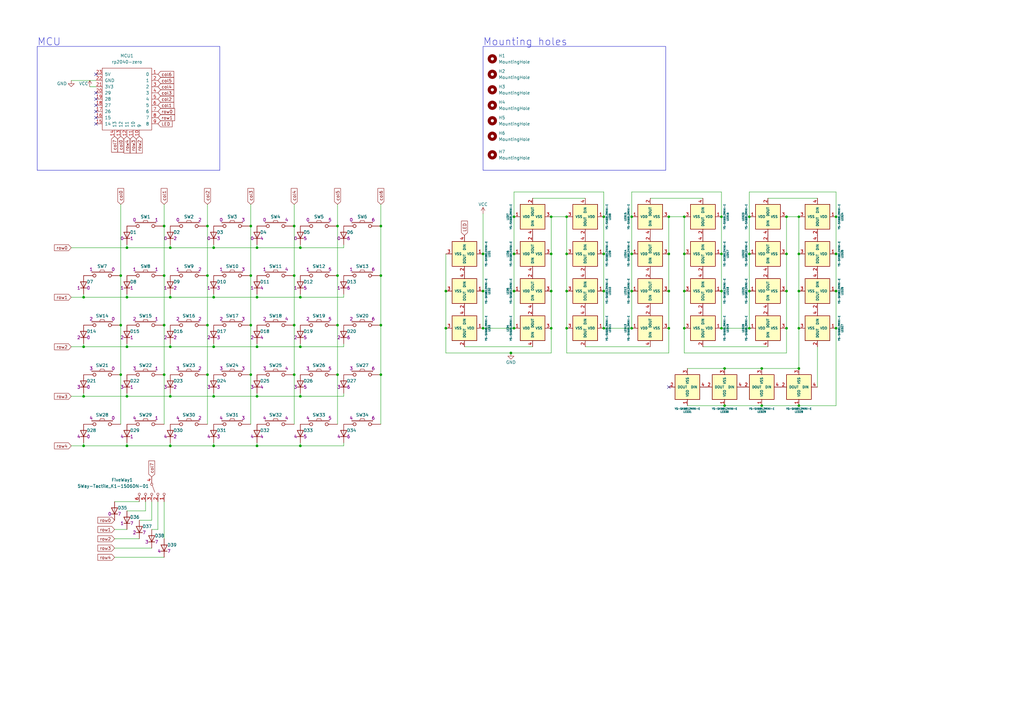
<source format=kicad_sch>
(kicad_sch (version 20231120) (generator "eeschema") (generator_version "8.0")
  (paper "A3")
  (junction (at 295.91 104.14))
  (junction (at 123.19 121.92))
  (junction (at 210.82 134.62))
  (junction (at 85.09 133.35))
  (junction (at 312.42 151.13))
  (junction (at 138.43 113.03))
  (junction (at 69.85 162.56))
  (junction (at 198.12 104.14))
  (junction (at 198.12 119.38))
  (junction (at 182.88 119.38))
  (junction (at 87.63 162.56))
  (junction (at 105.41 121.92))
  (junction (at 156.21 133.35))
  (junction (at 87.63 121.92))
  (junction (at 226.06 104.14))
  (junction (at 102.87 92.71))
  (junction (at 87.63 142.24))
  (junction (at 274.32 134.62))
  (junction (at 87.63 182.88))
  (junction (at 85.09 113.03))
  (junction (at 307.34 88.9))
  (junction (at 322.58 88.9))
  (junction (at 226.06 134.62))
  (junction (at 49.53 133.35))
  (junction (at 52.07 162.56))
  (junction (at 274.32 119.38))
  (junction (at 49.53 153.67))
  (junction (at 34.29 121.92))
  (junction (at 182.88 134.62))
  (junction (at 322.58 134.62))
  (junction (at 342.9 104.14))
  (junction (at 232.41 134.62))
  (junction (at 67.31 113.03))
  (junction (at 120.65 92.71))
  (junction (at 120.65 133.35))
  (junction (at 322.58 119.38))
  (junction (at 52.07 121.92))
  (junction (at 342.9 119.38))
  (junction (at 67.31 133.35))
  (junction (at 210.82 88.9))
  (junction (at 295.91 88.9))
  (junction (at 232.41 104.14))
  (junction (at 156.21 153.67))
  (junction (at 327.66 166.37))
  (junction (at 226.06 88.9))
  (junction (at 85.09 92.71))
  (junction (at 210.82 119.38))
  (junction (at 85.09 153.67))
  (junction (at 327.66 119.38))
  (junction (at 232.41 88.9))
  (junction (at 247.65 88.9))
  (junction (at 327.66 134.62))
  (junction (at 69.85 182.88))
  (junction (at 138.43 153.67))
  (junction (at 307.34 134.62))
  (junction (at 342.9 134.62))
  (junction (at 226.06 119.38))
  (junction (at 69.85 142.24))
  (junction (at 123.19 162.56))
  (junction (at 34.29 142.24))
  (junction (at 123.19 101.6))
  (junction (at 274.32 104.14))
  (junction (at 209.55 144.78))
  (junction (at 105.41 142.24))
  (junction (at 297.18 151.13))
  (junction (at 295.91 134.62))
  (junction (at 259.08 88.9))
  (junction (at 312.42 166.37))
  (junction (at 49.53 113.03))
  (junction (at 280.67 88.9))
  (junction (at 307.34 104.14))
  (junction (at 123.19 182.88))
  (junction (at 69.85 101.6))
  (junction (at 105.41 162.56))
  (junction (at 274.32 88.9))
  (junction (at 120.65 153.67))
  (junction (at 156.21 113.03))
  (junction (at 280.67 134.62))
  (junction (at 259.08 119.38))
  (junction (at 322.58 104.14))
  (junction (at 87.63 101.6))
  (junction (at 342.9 88.9))
  (junction (at 52.07 101.6))
  (junction (at 52.07 182.88))
  (junction (at 138.43 92.71))
  (junction (at 259.08 104.14))
  (junction (at 102.87 153.67))
  (junction (at 123.19 142.24))
  (junction (at 34.29 182.88))
  (junction (at 105.41 182.88))
  (junction (at 327.66 88.9))
  (junction (at 102.87 113.03))
  (junction (at 280.67 104.14))
  (junction (at 247.65 119.38))
  (junction (at 307.34 119.38))
  (junction (at 105.41 101.6))
  (junction (at 280.67 119.38))
  (junction (at 327.66 104.14))
  (junction (at 67.31 92.71))
  (junction (at 198.12 134.62))
  (junction (at 34.29 162.56))
  (junction (at 69.85 121.92))
  (junction (at 295.91 119.38))
  (junction (at 247.65 104.14))
  (junction (at 156.21 92.71))
  (junction (at 120.65 113.03))
  (junction (at 52.07 142.24))
  (junction (at 67.31 153.67))
  (junction (at 259.08 134.62))
  (junction (at 247.65 134.62))
  (junction (at 327.66 151.13))
  (junction (at 102.87 133.35))
  (junction (at 232.41 119.38))
  (junction (at 297.18 166.37))
  (junction (at 138.43 133.35))
  (junction (at 210.82 104.14))
  (no_connect (at 274.32 158.75))
  (no_connect (at 39.37 30.48))
  (no_connect (at 39.37 43.18))
  (no_connect (at 39.37 50.8))
  (no_connect (at 39.37 40.64))
  (no_connect (at 39.37 48.26))
  (no_connect (at 39.37 45.72))
  (no_connect (at 39.37 38.1))
  (wire (pts (xy 102.87 133.35) (xy 102.87 153.67)))
  (wire (pts (xy 85.09 92.71) (xy 85.09 113.03)))
  (wire (pts (xy 67.31 153.67) (xy 67.31 173.99)))
  (wire (pts (xy 327.66 166.37) (xy 342.9 166.37)))
  (wire (pts (xy 120.65 133.35) (xy 120.65 153.67)))
  (wire (pts (xy 67.31 83.82) (xy 67.31 92.71)))
  (wire (pts (xy 29.21 162.56) (xy 34.29 162.56)))
  (wire (pts (xy 182.88 104.14) (xy 182.88 119.38)))
  (wire (pts (xy 85.09 113.03) (xy 85.09 133.35)))
  (wire (pts (xy 52.07 121.92) (xy 69.85 121.92)))
  (wire (pts (xy 274.32 104.14) (xy 274.32 88.9)))
  (wire (pts (xy 342.9 166.37) (xy 342.9 134.62)))
  (wire (pts (xy 156.21 133.35) (xy 156.21 153.67)))
  (wire (pts (xy 342.9 119.38) (xy 342.9 104.14)))
  (wire (pts (xy 232.41 144.78) (xy 274.32 144.78)))
  (wire (pts (xy 182.88 134.62) (xy 182.88 144.78)))
  (wire (pts (xy 36.83 35.56) (xy 39.37 35.56)))
  (wire (pts (xy 307.34 88.9) (xy 307.34 104.14)))
  (wire (pts (xy 69.85 161.29) (xy 69.85 162.56)))
  (wire (pts (xy 69.85 120.65) (xy 69.85 121.92)))
  (wire (pts (xy 342.9 78.74) (xy 307.34 78.74)))
  (wire (pts (xy 295.91 78.74) (xy 259.08 78.74)))
  (wire (pts (xy 123.19 121.92) (xy 140.97 121.92)))
  (wire (pts (xy 288.29 142.24) (xy 314.96 142.24)))
  (wire (pts (xy 69.85 181.61) (xy 69.85 182.88)))
  (wire (pts (xy 232.41 134.62) (xy 232.41 144.78)))
  (wire (pts (xy 198.12 119.38) (xy 198.12 134.62)))
  (wire (pts (xy 232.41 119.38) (xy 232.41 134.62)))
  (wire (pts (xy 87.63 162.56) (xy 105.41 162.56)))
  (wire (pts (xy 259.08 104.14) (xy 259.08 119.38)))
  (wire (pts (xy 123.19 161.29) (xy 123.19 162.56)))
  (wire (pts (xy 67.31 205.74) (xy 67.31 220.98)))
  (wire (pts (xy 34.29 121.92) (xy 52.07 121.92)))
  (wire (pts (xy 29.21 182.88) (xy 34.29 182.88)))
  (wire (pts (xy 156.21 83.82) (xy 156.21 92.71)))
  (wire (pts (xy 87.63 100.33) (xy 87.63 101.6)))
  (wire (pts (xy 138.43 133.35) (xy 138.43 153.67)))
  (wire (pts (xy 138.43 153.67) (xy 138.43 173.99)))
  (wire (pts (xy 247.65 134.62) (xy 247.65 119.38)))
  (wire (pts (xy 29.21 121.92) (xy 34.29 121.92)))
  (wire (pts (xy 62.23 213.36) (xy 57.15 213.36)))
  (wire (pts (xy 120.65 153.67) (xy 120.65 173.99)))
  (wire (pts (xy 123.19 181.61) (xy 123.19 182.88)))
  (wire (pts (xy 140.97 161.29) (xy 140.97 162.56)))
  (wire (pts (xy 314.96 81.28) (xy 335.28 81.28)))
  (wire (pts (xy 52.07 162.56) (xy 69.85 162.56)))
  (wire (pts (xy 322.58 88.9) (xy 327.66 88.9)))
  (wire (pts (xy 138.43 92.71) (xy 138.43 113.03)))
  (wire (pts (xy 105.41 121.92) (xy 123.19 121.92)))
  (wire (pts (xy 140.97 100.33) (xy 140.97 101.6)))
  (wire (pts (xy 198.12 134.62) (xy 210.82 134.62)))
  (wire (pts (xy 327.66 134.62) (xy 327.66 151.13)))
  (wire (pts (xy 218.44 81.28) (xy 240.03 81.28)))
  (wire (pts (xy 266.7 81.28) (xy 288.29 81.28)))
  (wire (pts (xy 280.67 134.62) (xy 280.67 144.78)))
  (wire (pts (xy 52.07 142.24) (xy 69.85 142.24)))
  (wire (pts (xy 87.63 120.65) (xy 87.63 121.92)))
  (wire (pts (xy 327.66 88.9) (xy 327.66 104.14)))
  (wire (pts (xy 29.21 101.6) (xy 52.07 101.6)))
  (wire (pts (xy 85.09 83.82) (xy 85.09 92.71)))
  (wire (pts (xy 87.63 101.6) (xy 105.41 101.6)))
  (wire (pts (xy 29.21 142.24) (xy 34.29 142.24)))
  (wire (pts (xy 52.07 120.65) (xy 52.07 121.92)))
  (wire (pts (xy 52.07 161.29) (xy 52.07 162.56)))
  (wire (pts (xy 209.55 144.78) (xy 226.06 144.78)))
  (wire (pts (xy 280.67 119.38) (xy 280.67 134.62)))
  (wire (pts (xy 342.9 104.14) (xy 342.9 88.9)))
  (wire (pts (xy 312.42 151.13) (xy 297.18 151.13)))
  (wire (pts (xy 49.53 83.82) (xy 49.53 113.03)))
  (wire (pts (xy 259.08 134.62) (xy 247.65 134.62)))
  (wire (pts (xy 322.58 119.38) (xy 322.58 134.62)))
  (wire (pts (xy 123.19 140.97) (xy 123.19 142.24)))
  (wire (pts (xy 87.63 140.97) (xy 87.63 142.24)))
  (wire (pts (xy 247.65 104.14) (xy 247.65 88.9)))
  (wire (pts (xy 49.53 113.03) (xy 49.53 133.35)))
  (wire (pts (xy 102.87 113.03) (xy 102.87 133.35)))
  (wire (pts (xy 102.87 83.82) (xy 102.87 92.71)))
  (wire (pts (xy 34.29 140.97) (xy 34.29 142.24)))
  (wire (pts (xy 105.41 101.6) (xy 123.19 101.6)))
  (wire (pts (xy 210.82 104.14) (xy 210.82 119.38)))
  (wire (pts (xy 247.65 78.74) (xy 210.82 78.74)))
  (wire (pts (xy 274.32 119.38) (xy 274.32 104.14)))
  (wire (pts (xy 123.19 162.56) (xy 140.97 162.56)))
  (wire (pts (xy 120.65 83.82) (xy 120.65 92.71)))
  (wire (pts (xy 297.18 151.13) (xy 281.94 151.13)))
  (wire (pts (xy 102.87 92.71) (xy 102.87 113.03)))
  (wire (pts (xy 156.21 113.03) (xy 156.21 133.35)))
  (wire (pts (xy 281.94 166.37) (xy 297.18 166.37)))
  (wire (pts (xy 307.34 104.14) (xy 307.34 119.38)))
  (wire (pts (xy 29.21 33.02) (xy 39.37 33.02)))
  (wire (pts (xy 102.87 153.67) (xy 102.87 173.99)))
  (wire (pts (xy 67.31 133.35) (xy 67.31 153.67)))
  (wire (pts (xy 69.85 140.97) (xy 69.85 142.24)))
  (wire (pts (xy 156.21 92.71) (xy 156.21 113.03)))
  (wire (pts (xy 274.32 144.78) (xy 274.32 134.62)))
  (wire (pts (xy 140.97 120.65) (xy 140.97 121.92)))
  (wire (pts (xy 156.21 153.67) (xy 156.21 173.99)))
  (wire (pts (xy 327.66 151.13) (xy 312.42 151.13)))
  (wire (pts (xy 182.88 119.38) (xy 182.88 134.62)))
  (wire (pts (xy 295.91 104.14) (xy 295.91 88.9)))
  (wire (pts (xy 297.18 166.37) (xy 312.42 166.37)))
  (wire (pts (xy 52.07 182.88) (xy 69.85 182.88)))
  (wire (pts (xy 198.12 104.14) (xy 198.12 119.38)))
  (wire (pts (xy 87.63 121.92) (xy 105.41 121.92)))
  (wire (pts (xy 295.91 134.62) (xy 295.91 119.38)))
  (wire (pts (xy 120.65 92.71) (xy 120.65 113.03)))
  (wire (pts (xy 59.69 209.55) (xy 52.07 209.55)))
  (wire (pts (xy 85.09 133.35) (xy 85.09 153.67)))
  (wire (pts (xy 87.63 161.29) (xy 87.63 162.56)))
  (wire (pts (xy 226.06 88.9) (xy 232.41 88.9)))
  (wire (pts (xy 342.9 134.62) (xy 342.9 119.38)))
  (wire (pts (xy 140.97 181.61) (xy 140.97 182.88)))
  (wire (pts (xy 210.82 78.74) (xy 210.82 88.9)))
  (wire (pts (xy 335.28 142.24) (xy 335.28 158.75)))
  (wire (pts (xy 274.32 88.9) (xy 280.67 88.9)))
  (wire (pts (xy 105.41 182.88) (xy 123.19 182.88)))
  (wire (pts (xy 34.29 182.88) (xy 52.07 182.88)))
  (wire (pts (xy 226.06 104.14) (xy 226.06 119.38)))
  (wire (pts (xy 67.31 113.03) (xy 67.31 133.35)))
  (wire (pts (xy 62.23 205.74) (xy 62.23 213.36)))
  (wire (pts (xy 105.41 100.33) (xy 105.41 101.6)))
  (wire (pts (xy 123.19 120.65) (xy 123.19 121.92)))
  (wire (pts (xy 322.58 134.62) (xy 322.58 144.78)))
  (wire (pts (xy 105.41 142.24) (xy 123.19 142.24)))
  (wire (pts (xy 57.15 205.74) (xy 46.99 205.74)))
  (wire (pts (xy 67.31 92.71) (xy 67.31 113.03)))
  (wire (pts (xy 105.41 181.61) (xy 105.41 182.88)))
  (wire (pts (xy 87.63 181.61) (xy 87.63 182.88)))
  (wire (pts (xy 105.41 161.29) (xy 105.41 162.56)))
  (wire (pts (xy 307.34 119.38) (xy 307.34 134.62)))
  (wire (pts (xy 138.43 83.82) (xy 138.43 92.71)))
  (wire (pts (xy 123.19 100.33) (xy 123.19 101.6)))
  (wire (pts (xy 232.41 104.14) (xy 232.41 119.38)))
  (wire (pts (xy 87.63 182.88) (xy 105.41 182.88)))
  (wire (pts (xy 259.08 78.74) (xy 259.08 88.9)))
  (wire (pts (xy 34.29 120.65) (xy 34.29 121.92)))
  (wire (pts (xy 226.06 119.38) (xy 226.06 134.62)))
  (wire (pts (xy 190.5 142.24) (xy 218.44 142.24)))
  (wire (pts (xy 123.19 182.88) (xy 140.97 182.88)))
  (wire (pts (xy 46.99 224.79) (xy 62.23 224.79)))
  (wire (pts (xy 69.85 162.56) (xy 87.63 162.56)))
  (wire (pts (xy 322.58 88.9) (xy 322.58 104.14)))
  (wire (pts (xy 210.82 88.9) (xy 210.82 104.14)))
  (wire (pts (xy 123.19 101.6) (xy 140.97 101.6)))
  (wire (pts (xy 52.07 181.61) (xy 52.07 182.88)))
  (wire (pts (xy 49.53 133.35) (xy 49.53 153.67)))
  (wire (pts (xy 69.85 121.92) (xy 87.63 121.92)))
  (wire (pts (xy 280.67 104.14) (xy 280.67 119.38)))
  (wire (pts (xy 140.97 140.97) (xy 140.97 142.24)))
  (wire (pts (xy 295.91 119.38) (xy 295.91 104.14)))
  (wire (pts (xy 59.69 205.74) (xy 59.69 209.55)))
  (wire (pts (xy 247.65 119.38) (xy 247.65 104.14)))
  (wire (pts (xy 52.07 140.97) (xy 52.07 142.24)))
  (wire (pts (xy 52.07 101.6) (xy 69.85 101.6)))
  (wire (pts (xy 274.32 134.62) (xy 274.32 119.38)))
  (wire (pts (xy 342.9 88.9) (xy 342.9 78.74)))
  (wire (pts (xy 280.67 88.9) (xy 280.67 104.14)))
  (wire (pts (xy 105.41 162.56) (xy 123.19 162.56)))
  (wire (pts (xy 120.65 113.03) (xy 120.65 133.35)))
  (wire (pts (xy 226.06 134.62) (xy 226.06 144.78)))
  (wire (pts (xy 46.99 220.98) (xy 57.15 220.98)))
  (wire (pts (xy 280.67 144.78) (xy 322.58 144.78)))
  (wire (pts (xy 46.99 228.6) (xy 67.31 228.6)))
  (wire (pts (xy 327.66 119.38) (xy 327.66 134.62)))
  (wire (pts (xy 312.42 166.37) (xy 327.66 166.37)))
  (wire (pts (xy 105.41 120.65) (xy 105.41 121.92)))
  (wire (pts (xy 259.08 119.38) (xy 259.08 134.62)))
  (wire (pts (xy 64.77 205.74) (xy 64.77 217.17)))
  (wire (pts (xy 69.85 142.24) (xy 87.63 142.24)))
  (wire (pts (xy 247.65 88.9) (xy 247.65 78.74)))
  (wire (pts (xy 307.34 134.62) (xy 295.91 134.62)))
  (wire (pts (xy 198.12 87.63) (xy 198.12 104.14)))
  (wire (pts (xy 46.99 217.17) (xy 52.07 217.17)))
  (wire (pts (xy 64.77 217.17) (xy 62.23 217.17)))
  (wire (pts (xy 138.43 113.03) (xy 138.43 133.35)))
  (wire (pts (xy 123.19 142.24) (xy 140.97 142.24)))
  (wire (pts (xy 85.09 153.67) (xy 85.09 173.99)))
  (wire (pts (xy 49.53 153.67) (xy 49.53 173.99)))
  (wire (pts (xy 295.91 88.9) (xy 295.91 78.74)))
  (wire (pts (xy 307.34 78.74) (xy 307.34 88.9)))
  (wire (pts (xy 210.82 119.38) (xy 210.82 134.62)))
  (wire (pts (xy 182.88 144.78) (xy 209.55 144.78)))
  (wire (pts (xy 52.07 100.33) (xy 52.07 101.6)))
  (wire (pts (xy 105.41 140.97) (xy 105.41 142.24)))
  (wire (pts (xy 240.03 142.24) (xy 266.7 142.24)))
  (wire (pts (xy 34.29 142.24) (xy 52.07 142.24)))
  (wire (pts (xy 87.63 142.24) (xy 105.41 142.24)))
  (wire (pts (xy 69.85 101.6) (xy 87.63 101.6)))
  (wire (pts (xy 34.29 161.29) (xy 34.29 162.56)))
  (wire (pts (xy 232.41 88.9) (xy 232.41 104.14)))
  (wire (pts (xy 322.58 104.14) (xy 322.58 119.38)))
  (wire (pts (xy 34.29 181.61) (xy 34.29 182.88)))
  (wire (pts (xy 34.29 162.56) (xy 52.07 162.56)))
  (wire (pts (xy 259.08 88.9) (xy 259.08 104.14)))
  (wire (pts (xy 226.06 88.9) (xy 226.06 104.14)))
  (wire (pts (xy 69.85 182.88) (xy 87.63 182.88)))
  (wire (pts (xy 69.85 100.33) (xy 69.85 101.6)))
  (wire (pts (xy 327.66 104.14) (xy 327.66 119.38)))
  (rectangle (start 198.12 19.05) (end 273.05 69.85))
  (rectangle (start 15.24 19.05) (end 90.17 69.85))
  (text "Mounting holes" (at 198.12 19.05 0) (effects (font (size 3 3)) (justify left bottom)))
  (text "MCU" (at 15.24 19.05 0) (effects (font (size 3 3)) (justify left bottom)))
  (global_label "col4" (shape input) (at 120.65 83.82 90) (property "Intersheetrefs" "${INTERSHEET_REFS}" (effects (hide yes))))
  (global_label "row3" (shape input) (at 29.21 162.56 180) (property "Intersheetrefs" "${INTERSHEET_REFS}" (effects (hide yes))))
  (global_label "row2" (shape input) (at 29.21 142.24 180) (property "Intersheetrefs" "${INTERSHEET_REFS}" (effects (hide yes))))
  (global_label "LED" (shape input) (at 64.77 50.8 0) (property "Intersheetrefs" "${INTERSHEET_REFS}" (effects (hide yes))))
  (global_label "col7" (shape input) (at 46.99 55.88 270) (property "Intersheetrefs" "${INTERSHEET_REFS}" (effects (hide yes))))
  (global_label "col3" (shape input) (at 102.87 83.82 90) (property "Intersheetrefs" "${INTERSHEET_REFS}" (effects (hide yes))))
  (global_label "LED" (shape input) (at 190.5 96.52 90) (property "Intersheetrefs" "${INTERSHEET_REFS}" (effects (hide yes))))
  (global_label "row1" (shape input) (at 46.99 217.17 180) (property "Intersheetrefs" "${INTERSHEET_REFS}" (effects (hide yes))))
  (global_label "col5" (shape input) (at 64.77 33.02 0) (property "Intersheetrefs" "${INTERSHEET_REFS}" (effects (hide yes))))
  (global_label "row2" (shape input) (at 46.99 220.98 180) (property "Intersheetrefs" "${INTERSHEET_REFS}" (effects (hide yes))))
  (global_label "row1" (shape input) (at 29.21 121.92 180) (property "Intersheetrefs" "${INTERSHEET_REFS}" (effects (hide yes))))
  (global_label "col1" (shape input) (at 67.31 83.82 90) (property "Intersheetrefs" "${INTERSHEET_REFS}" (effects (hide yes))))
  (global_label "col2" (shape input) (at 85.09 83.82 90) (property "Intersheetrefs" "${INTERSHEET_REFS}" (effects (hide yes))))
  (global_label "col6" (shape input) (at 64.77 30.48 0) (property "Intersheetrefs" "${INTERSHEET_REFS}" (effects (hide yes))))
  (global_label "row1" (shape input) (at 64.77 48.26 0) (property "Intersheetrefs" "${INTERSHEET_REFS}" (effects (hide yes))))
  (global_label "col5" (shape input) (at 138.43 83.82 90) (property "Intersheetrefs" "${INTERSHEET_REFS}" (effects (hide yes))))
  (global_label "row0" (shape input) (at 46.99 213.36 180) (property "Intersheetrefs" "${INTERSHEET_REFS}" (effects (hide yes))))
  (global_label "col2" (shape input) (at 64.77 40.64 0) (property "Intersheetrefs" "${INTERSHEET_REFS}" (effects (hide yes))))
  (global_label "row4" (shape input) (at 46.99 228.6 180) (property "Intersheetrefs" "${INTERSHEET_REFS}" (effects (hide yes))))
  (global_label "col1" (shape input) (at 64.77 43.18 0) (property "Intersheetrefs" "${INTERSHEET_REFS}" (effects (hide yes))))
  (global_label "col0" (shape input) (at 49.53 55.88 270) (property "Intersheetrefs" "${INTERSHEET_REFS}" (effects (hide yes))))
  (global_label "row0" (shape input) (at 29.21 101.6 180) (property "Intersheetrefs" "${INTERSHEET_REFS}" (effects (hide yes))))
  (global_label "col6" (shape input) (at 156.21 83.82 90) (property "Intersheetrefs" "${INTERSHEET_REFS}" (effects (hide yes))))
  (global_label "col3" (shape input) (at 64.77 38.1 0) (property "Intersheetrefs" "${INTERSHEET_REFS}" (effects (hide yes))))
  (global_label "row4" (shape input) (at 29.21 182.88 180) (property "Intersheetrefs" "${INTERSHEET_REFS}" (effects (hide yes))))
  (global_label "row4" (shape input) (at 52.07 55.88 270) (property "Intersheetrefs" "${INTERSHEET_REFS}" (effects (hide yes))))
  (global_label "row2" (shape input) (at 57.15 55.88 270) (property "Intersheetrefs" "${INTERSHEET_REFS}" (effects (hide yes))))
  (global_label "row0" (shape input) (at 64.77 45.72 0) (property "Intersheetrefs" "${INTERSHEET_REFS}" (effects (hide yes))))
  (global_label "col4" (shape input) (at 64.77 35.56 0) (property "Intersheetrefs" "${INTERSHEET_REFS}" (effects (hide yes))))
  (global_label "col0" (shape input) (at 49.53 83.82 90) (property "Intersheetrefs" "${INTERSHEET_REFS}" (effects (hide yes))))
  (global_label "row3" (shape input) (at 46.99 224.79 180) (property "Intersheetrefs" "${INTERSHEET_REFS}" (effects (hide yes))))
  (global_label "col7" (shape input) (at 62.23 195.58 90) (property "Intersheetrefs" "${INTERSHEET_REFS}" (effects (hide yes))))
  (global_label "row3" (shape input) (at 54.61 55.88 270) (property "Intersheetrefs" "${INTERSHEET_REFS}" (effects (hide yes))))
  (symbol (lib_id "zzkeeb:Diode") (at 140.97 116.84 0) (unit 1)
    (property "Reference" "D13" (at 142.24 115.57 0) (effects (justify left)))
    (property "Value" "D" (effects (hide yes)))
    (property "Footprint" "zzkeeb:Diode_1N4148-SOD123" (effects (hide yes)))
    (property "Sim.Device" "D" (effects (hide yes)))
    (property "Sim.Pins" "1=K 2=A" (effects (hide yes)))
    (property "row" "1" (at 139.7 118.11 0) (effects (justify right)))
    (property "col" "6" (at 142.24 118.11 0) (effects (justify left)))
  )
  (symbol (lib_id "zzkeeb:Switch") (at 130.81 92.71 0) (unit 1)
    (property "Reference" "SW5" (at 130.81 88.9 0))
    (property "Value" "Switch" (effects (hide yes)))
    (property "Footprint" "zzkeeb:Switch_MXKS-hotswap-south-ks3d" (effects (hide yes)))
    (property "row" "0" (at 127 90.17 0) (effects (justify right)))
    (property "col" "5" (at 134.62 90.17 0) (effects (justify left)))
  )
  (symbol (lib_id "zzkeeb:LED_SK6812MINI-E") (at 335.28 88.9 270) (unit 1)
    (property "Reference" "LED24" (at 345.44 88.9 0) (effects (font (size 0.7366 0.7366))))
    (property "Value" "YS-SK6812MINI-E" (at 344.17 88.9 0) (effects (font (size 0.7366 0.7366))))
    (property "Footprint" "zzkeeb:LED_SK6812-MINI-E" (effects (hide yes)))
  )
  (symbol (lib_id "zzkeeb:Switch") (at 59.69 173.99 0) (unit 1)
    (property "Reference" "SW29" (at 59.69 170.18 0))
    (property "Value" "Switch" (effects (hide yes)))
    (property "Footprint" "zzkeeb:Button_Push-6mm" (effects (hide yes)))
    (property "row" "4" (at 55.88 171.45 0) (effects (justify right)))
    (property "col" "1" (at 63.5 171.45 0) (effects (justify left)))
  )
  (symbol (lib_id "zzkeeb:Switch") (at 41.91 133.35 0) (unit 1)
    (property "Reference" "SW14" (at 41.91 129.54 0))
    (property "Value" "Switch" (effects (hide yes)))
    (property "Footprint" "zzkeeb:Switch_MXKS-hotswap-south-ks3d" (effects (hide yes)))
    (property "row" "2" (at 38.1 130.81 0) (effects (justify right)))
    (property "col" "0" (at 45.72 130.81 0) (effects (justify left)))
  )
  (symbol (lib_id "zzkeeb:LED_SK6812MINI-E") (at 266.7 134.62 90) (unit 1)
    (property "Reference" "LED12" (at 256.54 134.62 0) (effects (font (size 0.7366 0.7366))))
    (property "Value" "YS-SK6812MINI-E" (at 257.81 134.62 0) (effects (font (size 0.7366 0.7366))))
    (property "Footprint" "zzkeeb:LED_SK6812-MINI-E" (effects (hide yes)))
  )
  (symbol (lib_id "zzkeeb:Switch") (at 77.47 92.71 0) (unit 1)
    (property "Reference" "SW2" (at 77.47 88.9 0))
    (property "Value" "Switch" (effects (hide yes)))
    (property "Footprint" "zzkeeb:Switch_MXKS-hotswap-south-ks3d" (effects (hide yes)))
    (property "row" "0" (at 73.66 90.17 0) (effects (justify right)))
    (property "col" "2" (at 81.28 90.17 0) (effects (justify left)))
  )
  (symbol (lib_id "zzkeeb:Diode") (at 105.41 96.52 0) (unit 1)
    (property "Reference" "D4" (at 106.68 95.25 0) (effects (justify left)))
    (property "Value" "D" (effects (hide yes)))
    (property "Footprint" "zzkeeb:Diode_1N4148-SOD123" (effects (hide yes)))
    (property "Sim.Device" "D" (effects (hide yes)))
    (property "Sim.Pins" "1=K 2=A" (effects (hide yes)))
    (property "row" "0" (at 104.14 97.79 0) (effects (justify right)))
    (property "col" "4" (at 106.68 97.79 0) (effects (justify left)))
  )
  (symbol (lib_id "zzkeeb:Diode") (at 69.85 96.52 0) (unit 1)
    (property "Reference" "D2" (at 71.12 95.25 0) (effects (justify left)))
    (property "Value" "D" (effects (hide yes)))
    (property "Footprint" "zzkeeb:Diode_1N4148-SOD123" (effects (hide yes)))
    (property "Sim.Device" "D" (effects (hide yes)))
    (property "Sim.Pins" "1=K 2=A" (effects (hide yes)))
    (property "row" "0" (at 68.58 97.79 0) (effects (justify right)))
    (property "col" "2" (at 71.12 97.79 0) (effects (justify left)))
  )
  (symbol (lib_id "Mechanical:MountingHole") (at 201.93 36.83 0) (unit 1)
    (property "Reference" "H3" (at 204.47 35.5599 0) (effects (justify left)))
    (property "Value" "MountingHole" (at 204.47 38.0999 0) (effects (justify left)))
    (property "Footprint" "zzkeeb:Hole_M2" (effects (hide yes)))
  )
  (symbol (lib_id "zzkeeb:Diode") (at 52.07 157.48 0) (unit 1)
    (property "Reference" "D22" (at 53.34 156.21 0) (effects (justify left)))
    (property "Value" "D" (effects (hide yes)))
    (property "Footprint" "zzkeeb:Diode_1N4148-SOD123" (effects (hide yes)))
    (property "Sim.Device" "D" (effects (hide yes)))
    (property "Sim.Pins" "1=K 2=A" (effects (hide yes)))
    (property "row" "3" (at 50.8 158.75 0) (effects (justify right)))
    (property "col" "1" (at 53.34 158.75 0) (effects (justify left)))
  )
  (symbol (lib_id "Mechanical:MountingHole") (at 201.93 55.88 0) (unit 1)
    (property "Reference" "H6" (at 204.47 54.6099 0) (effects (justify left)))
    (property "Value" "MountingHole" (at 204.47 57.1499 0) (effects (justify left)))
    (property "Footprint" "zzkeeb:Hole_M2" (effects (hide yes)))
  )
  (symbol (lib_id "zzkeeb:LED_SK6812MINI-E") (at 240.03 88.9 270) (unit 1)
    (property "Reference" "LED8" (at 250.19 88.9 0) (effects (font (size 0.7366 0.7366))))
    (property "Value" "YS-SK6812MINI-E" (at 248.92 88.9 0) (effects (font (size 0.7366 0.7366))))
    (property "Footprint" "zzkeeb:LED_SK6812-MINI-E" (effects (hide yes)))
  )
  (symbol (lib_id "zzkeeb:Switch") (at 77.47 153.67 0) (unit 1)
    (property "Reference" "SW23" (at 77.47 149.86 0))
    (property "Value" "Switch" (effects (hide yes)))
    (property "Footprint" "zzkeeb:Switch_MXKS-hotswap-south-ks3d" (effects (hide yes)))
    (property "row" "3" (at 73.66 151.13 0) (effects (justify right)))
    (property "col" "2" (at 81.28 151.13 0) (effects (justify left)))
  )
  (symbol (lib_id "zzkeeb:Switch") (at 113.03 133.35 0) (unit 1)
    (property "Reference" "SW18" (at 113.03 129.54 0))
    (property "Value" "Switch" (effects (hide yes)))
    (property "Footprint" "zzkeeb:Switch_MXKS-hotswap-south-ks3d" (effects (hide yes)))
    (property "row" "2" (at 109.22 130.81 0) (effects (justify right)))
    (property "col" "4" (at 116.84 130.81 0) (effects (justify left)))
  )
  (symbol (lib_id "zzkeeb:MCU_rp2040-zero") (at 52.07 39.37 0) (unit 1)
    (property "Reference" "MCU1" (at 52.07 22.86 0))
    (property "Value" "rp2040-zero" (at 52.07 25.4 0))
    (property "Footprint" "zzkeeb:MCU_rp2040-zero-smd" (effects (hide yes)))
  )
  (symbol (lib_id "zzkeeb:Diode") (at 105.41 177.8 0) (unit 1)
    (property "Reference" "D32" (at 106.68 176.53 0) (effects (justify left)))
    (property "Value" "D" (effects (hide yes)))
    (property "Footprint" "zzkeeb:Diode_1N4148-SOD123" (effects (hide yes)))
    (property "Sim.Device" "D" (effects (hide yes)))
    (property "Sim.Pins" "1=K 2=A" (effects (hide yes)))
    (property "row" "4" (at 104.14 179.07 0) (effects (justify right)))
    (property "col" "4" (at 106.68 179.07 0) (effects (justify left)))
  )
  (symbol (lib_id "zzkeeb:LED_SK6812MINI-E") (at 314.96 119.38 90) (unit 1)
    (property "Reference" "LED21" (at 304.8 119.38 0) (effects (font (size 0.7366 0.7366))))
    (property "Value" "YS-SK6812MINI-E" (at 306.07 119.38 0) (effects (font (size 0.7366 0.7366))))
    (property "Footprint" "zzkeeb:LED_SK6812-MINI-E" (effects (hide yes)))
  )
  (symbol (lib_id "zzkeeb:Switch") (at 95.25 133.35 0) (unit 1)
    (property "Reference" "SW17" (at 95.25 129.54 0))
    (property "Value" "Switch" (effects (hide yes)))
    (property "Footprint" "zzkeeb:Switch_MXKS-hotswap-south-ks3d" (effects (hide yes)))
    (property "row" "2" (at 91.44 130.81 0) (effects (justify right)))
    (property "col" "3" (at 99.06 130.81 0) (effects (justify left)))
  )
  (symbol (lib_id "zzkeeb:Switch") (at 113.03 173.99 0) (unit 1)
    (property "Reference" "SW32" (at 113.03 170.18 0))
    (property "Value" "Switch" (effects (hide yes)))
    (property "Footprint" "zzkeeb:Switch_MXKS-hotswap-south-ks3d" (effects (hide yes)))
    (property "row" "4" (at 109.22 171.45 0) (effects (justify right)))
    (property "col" "4" (at 116.84 171.45 0) (effects (justify left)))
  )
  (symbol (lib_id "zzkeeb:Switch") (at 77.47 133.35 0) (unit 1)
    (property "Reference" "SW16" (at 77.47 129.54 0))
    (property "Value" "Switch" (effects (hide yes)))
    (property "Footprint" "zzkeeb:Switch_MXKS-hotswap-south-ks3d" (effects (hide yes)))
    (property "row" "2" (at 73.66 130.81 0) (effects (justify right)))
    (property "col" "2" (at 81.28 130.81 0) (effects (justify left)))
  )
  (symbol (lib_id "fingerpunch:5Way-Tactile_K1-1506DN-01") (at 62.23 200.66 270) (unit 1)
    (property "Reference" "FiveWay1" (at 45.72 196.85 90) (effects (justify left)))
    (property "Value" "5Way-Tactile_K1-1506DN-01" (at 31.75 199.39 90) (effects (justify left)))
    (property "Footprint" "zzkeeb:Button_5way" (effects (hide yes)))
  )
  (symbol (lib_id "zzkeeb:Switch") (at 148.59 173.99 0) (unit 1)
    (property "Reference" "SW34" (at 148.59 170.18 0))
    (property "Value" "Switch" (effects (hide yes)))
    (property "Footprint" "zzkeeb:Switch_MXKS-hotswap-south-ks3d" (effects (hide yes)))
    (property "row" "4" (at 144.78 171.45 0) (effects (justify right)))
    (property "col" "6" (at 152.4 171.45 0) (effects (justify left)))
  )
  (symbol (lib_id "zzkeeb:Diode") (at 34.29 157.48 0) (unit 1)
    (property "Reference" "D21" (at 35.56 156.21 0) (effects (justify left)))
    (property "Value" "D" (effects (hide yes)))
    (property "Footprint" "zzkeeb:Diode_1N4148-SOD123" (effects (hide yes)))
    (property "Sim.Device" "D" (effects (hide yes)))
    (property "Sim.Pins" "1=K 2=A" (effects (hide yes)))
    (property "row" "3" (at 33.02 158.75 0) (effects (justify right)))
    (property "col" "0" (at 35.56 158.75 0) (effects (justify left)))
  )
  (symbol (lib_id "zzkeeb:Diode") (at 67.31 224.79 0) (unit 1)
    (property "Reference" "D39" (at 68.58 223.52 0) (effects (justify left)))
    (property "Value" "D" (effects (hide yes)))
    (property "Footprint" "zzkeeb:Diode_1N4148-SOD123" (effects (hide yes)))
    (property "Sim.Device" "D" (effects (hide yes)))
    (property "Sim.Pins" "1=K 2=A" (effects (hide yes)))
    (property "row" "4" (at 66.04 226.06 0) (effects (justify right)))
    (property "col" "7" (at 68.58 226.06 0) (effects (justify left)))
  )
  (symbol (lib_id "zzkeeb:Diode") (at 140.97 96.52 0) (unit 1)
    (property "Reference" "D6" (at 142.24 95.25 0) (effects (justify left)))
    (property "Value" "D" (effects (hide yes)))
    (property "Footprint" "zzkeeb:Diode_1N4148-SOD123" (effects (hide yes)))
    (property "Sim.Device" "D" (effects (hide yes)))
    (property "Sim.Pins" "1=K 2=A" (effects (hide yes)))
    (property "row" "0" (at 139.7 97.79 0) (effects (justify right)))
    (property "col" "6" (at 142.24 97.79 0) (effects (justify left)))
  )
  (symbol (lib_id "zzkeeb:Switch") (at 41.91 153.67 0) (unit 1)
    (property "Reference" "SW21" (at 41.91 149.86 0))
    (property "Value" "Switch" (effects (hide yes)))
    (property "Footprint" "zzkeeb:Switch_MXKS-hotswap-south-ks3d" (effects (hide yes)))
    (property "row" "3" (at 38.1 151.13 0) (effects (justify right)))
    (property "col" "0" (at 45.72 151.13 0) (effects (justify left)))
  )
  (symbol (lib_id "zzkeeb:LED_SK6812MINI-E") (at 288.29 104.14 270) (unit 1)
    (property "Reference" "LED17" (at 298.45 104.14 0) (effects (font (size 0.7366 0.7366))))
    (property "Value" "YS-SK6812MINI-E" (at 297.18 104.14 0) (effects (font (size 0.7366 0.7366))))
    (property "Footprint" "zzkeeb:LED_SK6812-MINI-E" (effects (hide yes)))
  )
  (symbol (lib_id "Mechanical:MountingHole") (at 201.93 24.13 0) (unit 1)
    (property "Reference" "H1" (at 204.47 22.8599 0) (effects (justify left)))
    (property "Value" "MountingHole" (at 204.47 25.3999 0) (effects (justify left)))
    (property "Footprint" "zzkeeb:Hole_M2" (effects (hide yes)))
  )
  (symbol (lib_id "zzkeeb:LED_SK6812MINI-E") (at 266.7 119.38 90) (unit 1)
    (property "Reference" "LED13" (at 256.54 119.38 0) (effects (font (size 0.7366 0.7366))))
    (property "Value" "YS-SK6812MINI-E" (at 257.81 119.38 0) (effects (font (size 0.7366 0.7366))))
    (property "Footprint" "zzkeeb:LED_SK6812-MINI-E" (effects (hide yes)))
  )
  (symbol (lib_id "zzkeeb:Switch") (at 113.03 153.67 0) (unit 1)
    (property "Reference" "SW25" (at 113.03 149.86 0))
    (property "Value" "Switch" (effects (hide yes)))
    (property "Footprint" "zzkeeb:Switch_MXKS-hotswap-south-ks3d" (effects (hide yes)))
    (property "row" "3" (at 109.22 151.13 0) (effects (justify right)))
    (property "col" "4" (at 116.84 151.13 0) (effects (justify left)))
  )
  (symbol (lib_id "zzkeeb:LED_SK6812MINI-E") (at 281.94 158.75 180) (unit 1)
    (property "Reference" "LED31" (at 281.94 168.91 0) (effects (font (size 0.7366 0.7366))))
    (property "Value" "YS-SK6812MINI-E" (at 281.94 167.64 0) (effects (font (size 0.7366 0.7366))))
    (property "Footprint" "zzkeeb:LED_SK6812-MINI-E" (effects (hide yes)))
  )
  (symbol (lib_id "zzkeeb:Diode") (at 87.63 137.16 0) (unit 1)
    (property "Reference" "D17" (at 88.9 135.89 0) (effects (justify left)))
    (property "Value" "D" (effects (hide yes)))
    (property "Footprint" "zzkeeb:Diode_1N4148-SOD123" (effects (hide yes)))
    (property "Sim.Device" "D" (effects (hide yes)))
    (property "Sim.Pins" "1=K 2=A" (effects (hide yes)))
    (property "row" "2" (at 86.36 138.43 0) (effects (justify right)))
    (property "col" "3" (at 88.9 138.43 0) (effects (justify left)))
  )
  (symbol (lib_id "zzkeeb:LED_SK6812MINI-E") (at 314.96 88.9 90) (unit 1)
    (property "Reference" "LED23" (at 304.8 88.9 0) (effects (font (size 0.7366 0.7366))))
    (property "Value" "YS-SK6812MINI-E" (at 306.07 88.9 0) (effects (font (size 0.7366 0.7366))))
    (property "Footprint" "zzkeeb:LED_SK6812-MINI-E" (effects (hide yes)))
  )
  (symbol (lib_id "zzkeeb:Diode") (at 69.85 116.84 0) (unit 1)
    (property "Reference" "D9" (at 71.12 115.57 0) (effects (justify left)))
    (property "Value" "D" (effects (hide yes)))
    (property "Footprint" "zzkeeb:Diode_1N4148-SOD123" (effects (hide yes)))
    (property "Sim.Device" "D" (effects (hide yes)))
    (property "Sim.Pins" "1=K 2=A" (effects (hide yes)))
    (property "row" "1" (at 68.58 118.11 0) (effects (justify right)))
    (property "col" "2" (at 71.12 118.11 0) (effects (justify left)))
  )
  (symbol (lib_id "zzkeeb:LED_SK6812MINI-E") (at 335.28 134.62 270) (unit 1)
    (property "Reference" "LED27" (at 345.44 134.62 0) (effects (font (size 0.7366 0.7366))))
    (property "Value" "YS-SK6812MINI-E" (at 344.17 134.62 0) (effects (font (size 0.7366 0.7366))))
    (property "Footprint" "zzkeeb:LED_SK6812-MINI-E" (effects (hide yes)))
  )
  (symbol (lib_id "zzkeeb:LED_SK6812MINI-E") (at 218.44 104.14 90) (unit 1)
    (property "Reference" "LED6" (at 208.28 104.14 0) (effects (font (size 0.7366 0.7366))))
    (property "Value" "YS-SK6812MINI-E" (at 209.55 104.14 0) (effects (font (size 0.7366 0.7366))))
    (property "Footprint" "zzkeeb:LED_SK6812-MINI-E" (effects (hide yes)))
  )
  (symbol (lib_id "zzkeeb:Diode") (at 140.97 177.8 0) (unit 1)
    (property "Reference" "D34" (at 142.24 176.53 0) (effects (justify left)))
    (property "Value" "D" (effects (hide yes)))
    (property "Footprint" "zzkeeb:Diode_1N4148-SOD123" (effects (hide yes)))
    (property "Sim.Device" "D" (effects (hide yes)))
    (property "Sim.Pins" "1=K 2=A" (effects (hide yes)))
    (property "row" "4" (at 139.7 179.07 0) (effects (justify right)))
    (property "col" "6" (at 142.24 179.07 0) (effects (justify left)))
  )
  (symbol (lib_id "zzkeeb:Switch") (at 59.69 92.71 0) (unit 1)
    (property "Reference" "SW1" (at 59.69 88.9 0))
    (property "Value" "Switch" (effects (hide yes)))
    (property "Footprint" "zzkeeb:Switch_MXKS-hotswap-south-ks3d" (effects (hide yes)))
    (property "row" "0" (at 55.88 90.17 0) (effects (justify right)))
    (property "col" "1" (at 63.5 90.17 0) (effects (justify left)))
  )
  (symbol (lib_id "zzkeeb:Switch") (at 41.91 113.03 0) (unit 1)
    (property "Reference" "SW7" (at 41.91 109.22 0))
    (property "Value" "Switch" (effects (hide yes)))
    (property "Footprint" "zzkeeb:Switch_MXKS-hotswap-south-ks3d" (effects (hide yes)))
    (property "row" "1" (at 38.1 110.49 0) (effects (justify right)))
    (property "col" "0" (at 45.72 110.49 0) (effects (justify left)))
  )
  (symbol (lib_id "zzkeeb:Diode") (at 52.07 137.16 0) (unit 1)
    (property "Reference" "D15" (at 53.34 135.89 0) (effects (justify left)))
    (property "Value" "D" (effects (hide yes)))
    (property "Footprint" "zzkeeb:Diode_1N4148-SOD123" (effects (hide yes)))
    (property "Sim.Device" "D" (effects (hide yes)))
    (property "Sim.Pins" "1=K 2=A" (effects (hide yes)))
    (property "row" "2" (at 50.8 138.43 0) (effects (justify right)))
    (property "col" "1" (at 53.34 138.43 0) (effects (justify left)))
  )
  (symbol (lib_id "zzkeeb:Switch") (at 148.59 133.35 0) (unit 1)
    (property "Reference" "SW20" (at 148.59 129.54 0))
    (property "Value" "Switch" (effects (hide yes)))
    (property "Footprint" "zzkeeb:Switch_MXKS-hotswap-south-ks3d" (effects (hide yes)))
    (property "row" "2" (at 144.78 130.81 0) (effects (justify right)))
    (property "col" "6" (at 152.4 130.81 0) (effects (justify left)))
  )
  (symbol (lib_id "zzkeeb:Diode") (at 123.19 157.48 0) (unit 1)
    (property "Reference" "D26" (at 124.46 156.21 0) (effects (justify left)))
    (property "Value" "D" (effects (hide yes)))
    (property "Footprint" "zzkeeb:Diode_1N4148-SOD123" (effects (hide yes)))
    (property "Sim.Device" "D" (effects (hide yes)))
    (property "Sim.Pins" "1=K 2=A" (effects (hide yes)))
    (property "row" "3" (at 121.92 158.75 0) (effects (justify right)))
    (property "col" "5" (at 124.46 158.75 0) (effects (justify left)))
  )
  (symbol (lib_id "zzkeeb:Diode") (at 52.07 96.52 0) (unit 1)
    (property "Reference" "D1" (at 53.34 95.25 0) (effects (justify left)))
    (property "Value" "D" (effects (hide yes)))
    (property "Footprint" "zzkeeb:Diode_1N4148-SOD123" (effects (hide yes)))
    (property "Sim.Device" "D" (effects (hide yes)))
    (property "Sim.Pins" "1=K 2=A" (effects (hide yes)))
    (property "row" "0" (at 50.8 97.79 0) (effects (justify right)))
    (property "col" "1" (at 53.34 97.79 0) (effects (justify left)))
  )
  (symbol (lib_id "power:VCC") (at 36.83 35.56 0) (unit 1)
    (property "Reference" "#PWR05" (effects (hide yes)))
    (property "Value" "VCC" (at 34.29 34.29 0))
  )
  (symbol (lib_id "zzkeeb:Switch") (at 95.25 153.67 0) (unit 1)
    (property "Reference" "SW24" (at 95.25 149.86 0))
    (property "Value" "Switch" (effects (hide yes)))
    (property "Footprint" "zzkeeb:Switch_MXKS-hotswap-south-ks3d" (effects (hide yes)))
    (property "row" "3" (at 91.44 151.13 0) (effects (justify right)))
    (property "col" "3" (at 99.06 151.13 0) (effects (justify left)))
  )
  (symbol (lib_id "zzkeeb:LED_SK6812MINI-E") (at 190.5 104.14 270) (unit 1)
    (property "Reference" "LED1" (at 200.66 104.14 0) (effects (font (size 0.7366 0.7366))))
    (property "Value" "YS-SK6812MINI-E" (at 199.39 104.14 0) (effects (font (size 0.7366 0.7366))))
    (property "Footprint" "zzkeeb:LED_SK6812-MINI-E" (effects (hide yes)))
  )
  (symbol (lib_id "zzkeeb:Diode") (at 62.23 220.98 0) (unit 1)
    (property "Reference" "D38" (at 63.5 219.71 0) (effects (justify left)))
    (property "Value" "D" (effects (hide yes)))
    (property "Footprint" "zzkeeb:Diode_1N4148-SOD123" (effects (hide yes)))
    (property "Sim.Device" "D" (effects (hide yes)))
    (property "Sim.Pins" "1=K 2=A" (effects (hide yes)))
    (property "row" "3" (at 60.96 222.25 0) (effects (justify right)))
    (property "col" "7" (at 63.5 222.25 0) (effects (justify left)))
  )
  (symbol (lib_id "zzkeeb:Diode") (at 123.19 96.52 0) (unit 1)
    (property "Reference" "D5" (at 124.46 95.25 0) (effects (justify left)))
    (property "Value" "D" (effects (hide yes)))
    (property "Footprint" "zzkeeb:Diode_1N4148-SOD123" (effects (hide yes)))
    (property "Sim.Device" "D" (effects (hide yes)))
    (property "Sim.Pins" "1=K 2=A" (effects (hide yes)))
    (property "row" "0" (at 121.92 97.79 0) (effects (justify right)))
    (property "col" "5" (at 124.46 97.79 0) (effects (justify left)))
  )
  (symbol (lib_id "zzkeeb:Switch") (at 113.03 92.71 0) (unit 1)
    (property "Reference" "SW4" (at 113.03 88.9 0))
    (property "Value" "Switch" (effects (hide yes)))
    (property "Footprint" "zzkeeb:Switch_MXKS-hotswap-south-ks3d" (effects (hide yes)))
    (property "row" "0" (at 109.22 90.17 0) (effects (justify right)))
    (property "col" "4" (at 116.84 90.17 0) (effects (justify left)))
  )
  (symbol (lib_id "zzkeeb:Switch") (at 77.47 173.99 0) (unit 1)
    (property "Reference" "SW30" (at 77.47 170.18 0))
    (property "Value" "Switch" (effects (hide yes)))
    (property "Footprint" "zzkeeb:Button_Push-6mm" (effects (hide yes)))
    (property "row" "4" (at 73.66 171.45 0) (effects (justify right)))
    (property "col" "2" (at 81.28 171.45 0) (effects (justify left)))
  )
  (symbol (lib_id "zzkeeb:Switch") (at 130.81 173.99 0) (unit 1)
    (property "Reference" "SW33" (at 130.81 170.18 0))
    (property "Value" "Switch" (effects (hide yes)))
    (property "Footprint" "zzkeeb:Switch_MXKS-hotswap-south-ks3d" (effects (hide yes)))
    (property "row" "4" (at 127 171.45 0) (effects (justify right)))
    (property "col" "5" (at 134.62 171.45 0) (effects (justify left)))
  )
  (symbol (lib_id "zzkeeb:Diode") (at 69.85 157.48 0) (unit 1)
    (property "Reference" "D23" (at 71.12 156.21 0) (effects (justify left)))
    (property "Value" "D" (effects (hide yes)))
    (property "Footprint" "zzkeeb:Diode_1N4148-SOD123" (effects (hide yes)))
    (property "Sim.Device" "D" (effects (hide yes)))
    (property "Sim.Pins" "1=K 2=A" (effects (hide yes)))
    (property "row" "3" (at 68.58 158.75 0) (effects (justify right)))
    (property "col" "2" (at 71.12 158.75 0) (effects (justify left)))
  )
  (symbol (lib_id "Mechanical:MountingHole") (at 201.93 30.48 0) (unit 1)
    (property "Reference" "H2" (at 204.47 29.2099 0) (effects (justify left)))
    (property "Value" "MountingHole" (at 204.47 31.7499 0) (effects (justify left)))
    (property "Footprint" "zzkeeb:Hole_M2" (effects (hide yes)))
  )
  (symbol (lib_id "zzkeeb:Diode") (at 87.63 157.48 0) (unit 1)
    (property "Reference" "D24" (at 88.9 156.21 0) (effects (justify left)))
    (property "Value" "D" (effects (hide yes)))
    (property "Footprint" "zzkeeb:Diode_1N4148-SOD123" (effects (hide yes)))
    (property "Sim.Device" "D" (effects (hide yes)))
    (property "Sim.Pins" "1=K 2=A" (effects (hide yes)))
    (property "row" "3" (at 86.36 158.75 0) (effects (justify right)))
    (property "col" "3" (at 88.9 158.75 0) (effects (justify left)))
  )
  (symbol (lib_id "zzkeeb:Diode") (at 87.63 116.84 0) (unit 1)
    (property "Reference" "D10" (at 88.9 115.57 0) (effects (justify left)))
    (property "Value" "D" (effects (hide yes)))
    (property "Footprint" "zzkeeb:Diode_1N4148-SOD123" (effects (hide yes)))
    (property "Sim.Device" "D" (effects (hide yes)))
    (property "Sim.Pins" "1=K 2=A" (effects (hide yes)))
    (property "row" "1" (at 86.36 118.11 0) (effects (justify right)))
    (property "col" "3" (at 88.9 118.11 0) (effects (justify left)))
  )
  (symbol (lib_id "zzkeeb:Switch") (at 148.59 92.71 0) (unit 1)
    (property "Reference" "SW6" (at 148.59 88.9 0))
    (property "Value" "Switch" (effects (hide yes)))
    (property "Footprint" "zzkeeb:Switch_MXKS-hotswap-south-ks3d" (effects (hide yes)))
    (property "row" "0" (at 144.78 90.17 0) (effects (justify right)))
    (property "col" "6" (at 152.4 90.17 0) (effects (justify left)))
  )
  (symbol (lib_id "zzkeeb:LED_SK6812MINI-E") (at 314.96 104.14 90) (unit 1)
    (property "Reference" "LED22" (at 304.8 104.14 0) (effects (font (size 0.7366 0.7366))))
    (property "Value" "YS-SK6812MINI-E" (at 306.07 104.14 0) (effects (font (size 0.7366 0.7366))))
    (property "Footprint" "zzkeeb:LED_SK6812-MINI-E" (effects (hide yes)))
  )
  (symbol (lib_id "zzkeeb:LED_SK6812MINI-E") (at 266.7 88.9 90) (unit 1)
    (property "Reference" "LED15" (at 256.54 88.9 0) (effects (font (size 0.7366 0.7366))))
    (property "Value" "YS-SK6812MINI-E" (at 257.81 88.9 0) (effects (font (size 0.7366 0.7366))))
    (property "Footprint" "zzkeeb:LED_SK6812-MINI-E" (effects (hide yes)))
  )
  (symbol (lib_id "zzkeeb:Switch") (at 130.81 133.35 0) (unit 1)
    (property "Reference" "SW19" (at 130.81 129.54 0))
    (property "Value" "Switch" (effects (hide yes)))
    (property "Footprint" "zzkeeb:Switch_MXKS-hotswap-south-ks3d" (effects (hide yes)))
    (property "row" "2" (at 127 130.81 0) (effects (justify right)))
    (property "col" "5" (at 134.62 130.81 0) (effects (justify left)))
  )
  (symbol (lib_id "zzkeeb:Switch") (at 95.25 92.71 0) (unit 1)
    (property "Reference" "SW3" (at 95.25 88.9 0))
    (property "Value" "Switch" (effects (hide yes)))
    (property "Footprint" "zzkeeb:Switch_MXKS-hotswap-south-ks3d" (effects (hide yes)))
    (property "row" "0" (at 91.44 90.17 0) (effects (justify right)))
    (property "col" "3" (at 99.06 90.17 0) (effects (justify left)))
  )
  (symbol (lib_id "Mechanical:MountingHole") (at 201.93 63.5 0) (unit 1)
    (property "Reference" "H7" (at 204.47 62.2299 0) (effects (justify left)))
    (property "Value" "MountingHole" (at 204.47 64.7699 0) (effects (justify left)))
    (property "Footprint" "zzkeeb:Hole_M2" (effects (hide yes)))
  )
  (symbol (lib_id "zzkeeb:Diode") (at 123.19 116.84 0) (unit 1)
    (property "Reference" "D12" (at 124.46 115.57 0) (effects (justify left)))
    (property "Value" "D" (effects (hide yes)))
    (property "Footprint" "zzkeeb:Diode_1N4148-SOD123" (effects (hide yes)))
    (property "Sim.Device" "D" (effects (hide yes)))
    (property "Sim.Pins" "1=K 2=A" (effects (hide yes)))
    (property "row" "1" (at 121.92 118.11 0) (effects (justify right)))
    (property "col" "5" (at 124.46 118.11 0) (effects (justify left)))
  )
  (symbol (lib_id "zzkeeb:Switch") (at 130.81 113.03 0) (unit 1)
    (property "Reference" "SW12" (at 130.81 109.22 0))
    (property "Value" "Switch" (effects (hide yes)))
    (property "Footprint" "zzkeeb:Switch_MXKS-hotswap-south-ks3d" (effects (hide yes)))
    (property "row" "1" (at 127 110.49 0) (effects (justify right)))
    (property "col" "5" (at 134.62 110.49 0) (effects (justify left)))
  )
  (symbol (lib_id "zzkeeb:LED_SK6812MINI-E") (at 190.5 134.62 270) (unit 1)
    (property "Reference" "LED3" (at 200.66 134.62 0) (effects (font (size 0.7366 0.7366))))
    (property "Value" "YS-SK6812MINI-E" (at 199.39 134.62 0) (effects (font (size 0.7366 0.7366))))
    (property "Footprint" "zzkeeb:LED_SK6812-MINI-E" (effects (hide yes)))
  )
  (symbol (lib_id "zzkeeb:LED_SK6812MINI-E") (at 288.29 119.38 270) (unit 1)
    (property "Reference" "LED18" (at 298.45 119.38 0) (effects (font (size 0.7366 0.7366))))
    (property "Value" "YS-SK6812MINI-E" (at 297.18 119.38 0) (effects (font (size 0.7366 0.7366))))
    (property "Footprint" "zzkeeb:LED_SK6812-MINI-E" (effects (hide yes)))
  )
  (symbol (lib_id "Mechanical:MountingHole") (at 201.93 49.53 0) (unit 1)
    (property "Reference" "H5" (at 204.47 48.2599 0) (effects (justify left)))
    (property "Value" "MountingHole" (at 204.47 50.7999 0) (effects (justify left)))
    (property "Footprint" "zzkeeb:Hole_M2" (effects (hide yes)))
  )
  (symbol (lib_id "zzkeeb:Diode") (at 123.19 137.16 0) (unit 1)
    (property "Reference" "D19" (at 124.46 135.89 0) (effects (justify left)))
    (property "Value" "D" (effects (hide yes)))
    (property "Footprint" "zzkeeb:Diode_1N4148-SOD123" (effects (hide yes)))
    (property "Sim.Device" "D" (effects (hide yes)))
    (property "Sim.Pins" "1=K 2=A" (effects (hide yes)))
    (property "row" "2" (at 121.92 138.43 0) (effects (justify right)))
    (property "col" "5" (at 124.46 138.43 0) (effects (justify left)))
  )
  (symbol (lib_id "zzkeeb:Switch") (at 148.59 153.67 0) (unit 1)
    (property "Reference" "SW27" (at 148.59 149.86 0))
    (property "Value" "Switch" (effects (hide yes)))
    (property "Footprint" "zzkeeb:Switch_MXKS-hotswap-south-ks3d" (effects (hide yes)))
    (property "row" "3" (at 144.78 151.13 0) (effects (justify right)))
    (property "col" "6" (at 152.4 151.13 0) (effects (justify left)))
  )
  (symbol (lib_id "zzkeeb:Diode") (at 105.41 157.48 0) (unit 1)
    (property "Reference" "D25" (at 106.68 156.21 0) (effects (justify left)))
    (property "Value" "D" (effects (hide yes)))
    (property "Footprint" "zzkeeb:Diode_1N4148-SOD123" (effects (hide yes)))
    (property "Sim.Device" "D" (effects (hide yes)))
    (property "Sim.Pins" "1=K 2=A" (effects (hide yes)))
    (property "row" "3" (at 104.14 158.75 0) (effects (justify right)))
    (property "col" "4" (at 106.68 158.75 0) (effects (justify left)))
  )
  (symbol (lib_id "zzkeeb:Switch") (at 148.59 113.03 0) (unit 1)
    (property "Reference" "SW13" (at 148.59 109.22 0))
    (property "Value" "Switch" (effects (hide yes)))
    (property "Footprint" "zzkeeb:Switch_MXKS-hotswap-south-ks3d" (effects (hide yes)))
    (property "row" "1" (at 144.78 110.49 0) (effects (justify right)))
    (property "col" "6" (at 152.4 110.49 0) (effects (justify left)))
  )
  (symbol (lib_id "zzkeeb:Diode") (at 34.29 116.84 0) (unit 1)
    (property "Reference" "D7" (at 35.56 115.57 0) (effects (justify left)))
    (property "Value" "D" (effects (hide yes)))
    (property "Footprint" "zzkeeb:Diode_1N4148-SOD123" (effects (hide yes)))
    (property "Sim.Device" "D" (effects (hide yes)))
    (property "Sim.Pins" "1=K 2=A" (effects (hide yes)))
    (property "row" "1" (at 33.02 118.11 0) (effects (justify right)))
    (property "col" "0" (at 35.56 118.11 0) (effects (justify left)))
  )
  (symbol (lib_id "zzkeeb:Diode") (at 87.63 96.52 0) (unit 1)
    (property "Reference" "D3" (at 88.9 95.25 0) (effects (justify left)))
    (property "Value" "D" (effects (hide yes)))
    (property "Footprint" "zzkeeb:Diode_1N4148-SOD123" (effects (hide yes)))
    (property "Sim.Device" "D" (effects (hide yes)))
    (property "Sim.Pins" "1=K 2=A" (effects (hide yes)))
    (property "row" "0" (at 86.36 97.79 0) (effects (justify right)))
    (property "col" "3" (at 88.9 97.79 0) (effects (justify left)))
  )
  (symbol (lib_id "zzkeeb:Diode") (at 123.19 177.8 0) (unit 1)
    (property "Reference" "D33" (at 124.46 176.53 0) (effects (justify left)))
    (property "Value" "D" (effects (hide yes)))
    (property "Footprint" "zzkeeb:Diode_1N4148-SOD123" (effects (hide yes)))
    (property "Sim.Device" "D" (effects (hide yes)))
    (property "Sim.Pins" "1=K 2=A" (effects (hide yes)))
    (property "row" "4" (at 121.92 179.07 0) (effects (justify right)))
    (property "col" "5" (at 124.46 179.07 0) (effects (justify left)))
  )
  (symbol (lib_id "zzkeeb:Diode") (at 69.85 177.8 0) (unit 1)
    (property "Reference" "D30" (at 71.12 176.53 0) (effects (justify left)))
    (property "Value" "D" (effects (hide yes)))
    (property "Footprint" "zzkeeb:Diode_1N4148-SOD123" (effects (hide yes)))
    (property "Sim.Device" "D" (effects (hide yes)))
    (property "Sim.Pins" "1=K 2=A" (effects (hide yes)))
    (property "row" "4" (at 68.58 179.07 0) (effects (justify right)))
    (property "col" "2" (at 71.12 179.07 0) (effects (justify left)))
  )
  (symbol (lib_id "zzkeeb:LED_SK6812MINI-E") (at 335.28 119.38 270) (unit 1)
    (property "Reference" "LED26" (at 345.44 119.38 0) (effects (font (size 0.7366 0.7366))))
    (property "Value" "YS-SK6812MINI-E" (at 344.17 119.38 0) (effects (font (size 0.7366 0.7366))))
    (property "Footprint" "zzkeeb:LED_SK6812-MINI-E" (effects (hide yes)))
  )
  (symbol (lib_id "zzkeeb:Switch") (at 113.03 113.03 0) (unit 1)
    (property "Reference" "SW11" (at 113.03 109.22 0))
    (property "Value" "Switch" (effects (hide yes)))
    (property "Footprint" "zzkeeb:Switch_MXKS-hotswap-south-ks3d" (effects (hide yes)))
    (property "row" "1" (at 109.22 110.49 0) (effects (justify right)))
    (property "col" "4" (at 116.84 110.49 0) (effects (justify left)))
  )
  (symbol (lib_id "zzkeeb:Diode") (at 34.29 137.16 0) (unit 1)
    (property "Reference" "D14" (at 35.56 135.89 0) (effects (justify left)))
    (property "Value" "D" (effects (hide yes)))
    (property "Footprint" "zzkeeb:Diode_1N4148-SOD123" (effects (hide yes)))
    (property "Sim.Device" "D" (effects (hide yes)))
    (property "Sim.Pins" "1=K 2=A" (effects (hide yes)))
    (property "row" "2" (at 33.02 138.43 0) (effects (justify right)))
    (property "col" "0" (at 35.56 138.43 0) (effects (justify left)))
  )
  (symbol (lib_id "zzkeeb:LED_SK6812MINI-E") (at 335.28 104.14 270) (unit 1)
    (property "Reference" "LED25" (at 345.44 104.14 0) (effects (font (size 0.7366 0.7366))))
    (property "Value" "YS-SK6812MINI-E" (at 344.17 104.14 0) (effects (font (size 0.7366 0.7366))))
    (property "Footprint" "zzkeeb:LED_SK6812-MINI-E" (effects (hide yes)))
  )
  (symbol (lib_id "Mechanical:MountingHole") (at 201.93 43.18 0) (unit 1)
    (property "Reference" "H4" (at 204.47 41.9099 0) (effects (justify left)))
    (property "Value" "MountingHole" (at 204.47 44.4499 0) (effects (justify left)))
    (property "Footprint" "zzkeeb:Hole_M2" (effects (hide yes)))
  )
  (symbol (lib_id "zzkeeb:Diode") (at 87.63 177.8 0) (unit 1)
    (property "Reference" "D31" (at 88.9 176.53 0) (effects (justify left)))
    (property "Value" "D" (effects (hide yes)))
    (property "Footprint" "zzkeeb:Diode_1N4148-SOD123" (effects (hide yes)))
    (property "Sim.Device" "D" (effects (hide yes)))
    (property "Sim.Pins" "1=K 2=A" (effects (hide yes)))
    (property "row" "4" (at 86.36 179.07 0) (effects (justify right)))
    (property "col" "3" (at 88.9 179.07 0) (effects (justify left)))
  )
  (symbol (lib_id "zzkeeb:LED_SK6812MINI-E") (at 288.29 88.9 270) (unit 1)
    (property "Reference" "LED16" (at 298.45 88.9 0) (effects (font (size 0.7366 0.7366))))
    (property "Value" "YS-SK6812MINI-E" (at 297.18 88.9 0) (effects (font (size 0.7366 0.7366))))
    (property "Footprint" "zzkeeb:LED_SK6812-MINI-E" (effects (hide yes)))
  )
  (symbol (lib_id "zzkeeb:LED_SK6812MINI-E") (at 240.03 119.38 270) (unit 1)
    (property "Reference" "LED10" (at 250.19 119.38 0) (effects (font (size 0.7366 0.7366))))
    (property "Value" "YS-SK6812MINI-E" (at 248.92 119.38 0) (effects (font (size 0.7366 0.7366))))
    (property "Footprint" "zzkeeb:LED_SK6812-MINI-E" (effects (hide yes)))
  )
  (symbol (lib_id "zzkeeb:LED_SK6812MINI-E") (at 218.44 88.9 90) (unit 1)
    (property "Reference" "LED7" (at 208.28 88.9 0) (effects (font (size 0.7366 0.7366))))
    (property "Value" "YS-SK6812MINI-E" (at 209.55 88.9 0) (effects (font (size 0.7366 0.7366))))
    (property "Footprint" "zzkeeb:LED_SK6812-MINI-E" (effects (hide yes)))
  )
  (symbol (lib_id "zzkeeb:Diode") (at 52.07 213.36 0) (unit 1)
    (property "Reference" "D36" (at 53.34 212.09 0) (effects (justify left)))
    (property "Value" "D" (effects (hide yes)))
    (property "Footprint" "zzkeeb:Diode_1N4148-SOD123" (effects (hide yes)))
    (property "Sim.Device" "D" (effects (hide yes)))
    (property "Sim.Pins" "1=K 2=A" (effects (hide yes)))
    (property "row" "1" (at 50.8 214.63 0) (effects (justify right)))
    (property "col" "7" (at 53.34 214.63 0) (effects (justify left)))
  )
  (symbol (lib_id "zzkeeb:Switch") (at 95.25 113.03 0) (unit 1)
    (property "Reference" "SW10" (at 95.25 109.22 0))
    (property "Value" "Switch" (effects (hide yes)))
    (property "Footprint" "zzkeeb:Switch_MXKS-hotswap-south-ks3d" (effects (hide yes)))
    (property "row" "1" (at 91.44 110.49 0) (effects (justify right)))
    (property "col" "3" (at 99.06 110.49 0) (effects (justify left)))
  )
  (symbol (lib_id "zzkeeb:LED_SK6812MINI-E") (at 314.96 134.62 90) (unit 1)
    (property "Reference" "LED20" (at 304.8 134.62 0) (effects (font (size 0.7366 0.7366))))
    (property "Value" "YS-SK6812MINI-E" (at 306.07 134.62 0) (effects (font (size 0.7366 0.7366))))
    (property "Footprint" "zzkeeb:LED_SK6812-MINI-E" (effects (hide yes)))
  )
  (symbol (lib_id "zzkeeb:Diode") (at 105.41 116.84 0) (unit 1)
    (property "Reference" "D11" (at 106.68 115.57 0) (effects (justify left)))
    (property "Value" "D" (effects (hide yes)))
    (property "Footprint" "zzkeeb:Diode_1N4148-SOD123" (effects (hide yes)))
    (property "Sim.Device" "D" (effects (hide yes)))
    (property "Sim.Pins" "1=K 2=A" (effects (hide yes)))
    (property "row" "1" (at 104.14 118.11 0) (effects (justify right)))
    (property "col" "4" (at 106.68 118.11 0) (effects (justify left)))
  )
  (symbol (lib_id "zzkeeb:LED_SK6812MINI-E") (at 240.03 104.14 270) (unit 1)
    (property "Reference" "LED9" (at 250.19 104.14 0) (effects (font (size 0.7366 0.7366))))
    (property "Value" "YS-SK6812MINI-E" (at 248.92 104.14 0) (effects (font (size 0.7366 0.7366))))
    (property "Footprint" "zzkeeb:LED_SK6812-MINI-E" (effects (hide yes)))
  )
  (symbol (lib_id "zzkeeb:LED_SK6812MINI-E") (at 218.44 119.38 90) (unit 1)
    (property "Reference" "LED5" (at 208.28 119.38 0) (effects (font (size 0.7366 0.7366))))
    (property "Value" "YS-SK6812MINI-E" (at 209.55 119.38 0) (effects (font (size 0.7366 0.7366))))
    (property "Footprint" "zzkeeb:LED_SK6812-MINI-E" (effects (hide yes)))
  )
  (symbol (lib_id "power:GND") (at 209.55 144.78 0) (mirror y) (unit 1)
    (property "Reference" "#PWR02" (effects (hide yes)))
    (property "Value" "GND" (at 209.55 148.59 0))
  )
  (symbol (lib_id "zzkeeb:LED_SK6812MINI-E") (at 297.18 158.75 180) (unit 1)
    (property "Reference" "LED30" (at 297.18 168.91 0) (effects (font (size 0.7366 0.7366))))
    (property "Value" "YS-SK6812MINI-E" (at 297.18 167.64 0) (effects (font (size 0.7366 0.7366))))
    (property "Footprint" "zzkeeb:LED_SK6812-MINI-E" (effects (hide yes)))
  )
  (symbol (lib_id "zzkeeb:LED_SK6812MINI-E") (at 218.44 134.62 90) (unit 1)
    (property "Reference" "LED4" (at 208.28 134.62 0) (effects (font (size 0.7366 0.7366))))
    (property "Value" "YS-SK6812MINI-E" (at 209.55 134.62 0) (effects (font (size 0.7366 0.7366))))
    (property "Footprint" "zzkeeb:LED_SK6812-MINI-E" (effects (hide yes)))
  )
  (symbol (lib_id "zzkeeb:Diode") (at 105.41 137.16 0) (unit 1)
    (property "Reference" "D18" (at 106.68 135.89 0) (effects (justify left)))
    (property "Value" "D" (effects (hide yes)))
    (property "Footprint" "zzkeeb:Diode_1N4148-SOD123" (effects (hide yes)))
    (property "Sim.Device" "D" (effects (hide yes)))
    (property "Sim.Pins" "1=K 2=A" (effects (hide yes)))
    (property "row" "2" (at 104.14 138.43 0) (effects (justify right)))
    (property "col" "4" (at 106.68 138.43 0) (effects (justify left)))
  )
  (symbol (lib_id "zzkeeb:Diode") (at 46.99 209.55 0) (unit 1)
    (property "Reference" "D35" (at 48.26 208.28 0) (effects (justify left)))
    (property "Value" "D" (effects (hide yes)))
    (property "Footprint" "zzkeeb:Diode_1N4148-SOD123" (effects (hide yes)))
    (property "Sim.Device" "D" (effects (hide yes)))
    (property "Sim.Pins" "1=K 2=A" (effects (hide yes)))
    (property "row" "0" (at 45.72 210.82 0) (effects (justify right)))
    (property "col" "7" (at 48.26 210.82 0) (effects (justify left)))
  )
  (symbol (lib_id "zzkeeb:Diode") (at 57.15 217.17 0) (unit 1)
    (property "Reference" "D37" (at 58.42 215.9 0) (effects (justify left)))
    (property "Value" "D" (effects (hide yes)))
    (property "Footprint" "zzkeeb:Diode_1N4148-SOD123" (effects (hide yes)))
    (property "Sim.Device" "D" (effects (hide yes)))
    (property "Sim.Pins" "1=K 2=A" (effects (hide yes)))
    (property "row" "2" (at 55.88 218.44 0) (effects (justify right)))
    (property "col" "7" (at 58.42 218.44 0) (effects (justify left)))
  )
  (symbol (lib_id "zzkeeb:Switch") (at 77.47 113.03 0) (unit 1)
    (property "Reference" "SW9" (at 77.47 109.22 0))
    (property "Value" "Switch" (effects (hide yes)))
    (property "Footprint" "zzkeeb:Switch_MXKS-hotswap-south-ks3d" (effects (hide yes)))
    (property "row" "1" (at 73.66 110.49 0) (effects (justify right)))
    (property "col" "2" (at 81.28 110.49 0) (effects (justify left)))
  )
  (symbol (lib_id "zzkeeb:Diode") (at 52.07 116.84 0) (unit 1)
    (property "Reference" "D8" (at 53.34 115.57 0) (effects (justify left)))
    (property "Value" "D" (effects (hide yes)))
    (property "Footprint" "zzkeeb:Diode_1N4148-SOD123" (effects (hide yes)))
    (property "Sim.Device" "D" (effects (hide yes)))
    (property "Sim.Pins" "1=K 2=A" (effects (hide yes)))
    (property "row" "1" (at 50.8 118.11 0) (effects (justify right)))
    (property "col" "1" (at 53.34 118.11 0) (effects (justify left)))
  )
  (symbol (lib_id "zzkeeb:LED_SK6812MINI-E") (at 288.29 134.62 270) (unit 1)
    (property "Reference" "LED19" (at 298.45 134.62 0) (effects (font (size 0.7366 0.7366))))
    (property "Value" "YS-SK6812MINI-E" (at 297.18 134.62 0) (effects (font (size 0.7366 0.7366))))
    (property "Footprint" "zzkeeb:LED_SK6812-MINI-E" (effects (hide yes)))
  )
  (symbol (lib_id "zzkeeb:Diode") (at 69.85 137.16 0) (unit 1)
    (property "Reference" "D16" (at 71.12 135.89 0) (effects (justify left)))
    (property "Value" "D" (effects (hide yes)))
    (property "Footprint" "zzkeeb:Diode_1N4148-SOD123" (effects (hide yes)))
    (property "Sim.Device" "D" (effects (hide yes)))
    (property "Sim.Pins" "1=K 2=A" (effects (hide yes)))
    (property "row" "2" (at 68.58 138.43 0) (effects (justify right)))
    (property "col" "2" (at 71.12 138.43 0) (effects (justify left)))
  )
  (symbol (lib_id "zzkeeb:Diode") (at 140.97 157.48 0) (unit 1)
    (property "Reference" "D27" (at 142.24 156.21 0) (effects (justify left)))
    (property "Value" "D" (effects (hide yes)))
    (property "Footprint" "zzkeeb:Diode_1N4148-SOD123" (effects (hide yes)))
    (property "Sim.Device" "D" (effects (hide yes)))
    (property "Sim.Pins" "1=K 2=A" (effects (hide yes)))
    (property "row" "3" (at 139.7 158.75 0) (effects (justify right)))
    (property "col" "6" (at 142.24 158.75 0) (effects (justify left)))
  )
  (symbol (lib_id "zzkeeb:LED_SK6812MINI-E") (at 240.03 134.62 270) (unit 1)
    (property "Reference" "LED11" (at 250.19 134.62 0) (effects (font (size 0.7366 0.7366))))
    (property "Value" "YS-SK6812MINI-E" (at 248.92 134.62 0) (effects (font (size 0.7366 0.7366))))
    (property "Footprint" "zzkeeb:LED_SK6812-MINI-E" (effects (hide yes)))
  )
  (symbol (lib_id "zzkeeb:LED_SK6812MINI-E") (at 312.42 158.75 180) (unit 1)
    (property "Reference" "LED29" (at 312.42 168.91 0) (effects (font (size 0.7366 0.7366))))
    (property "Value" "YS-SK6812MINI-E" (at 312.42 167.64 0) (effects (font (size 0.7366 0.7366))))
    (property "Footprint" "zzkeeb:LED_SK6812-MINI-E" (effects (hide yes)))
  )
  (symbol (lib_id "zzkeeb:Diode") (at 52.07 177.8 0) (unit 1)
    (property "Reference" "D29" (at 53.34 176.53 0) (effects (justify left)))
    (property "Value" "D" (effects (hide yes)))
    (property "Footprint" "zzkeeb:Diode_1N4148-SOD123" (effects (hide yes)))
    (property "Sim.Device" "D" (effects (hide yes)))
    (property "Sim.Pins" "1=K 2=A" (effects (hide yes)))
    (property "row" "4" (at 50.8 179.07 0) (effects (justify right)))
    (property "col" "1" (at 53.34 179.07 0) (effects (justify left)))
  )
  (symbol (lib_id "zzkeeb:Switch") (at 95.25 173.99 0) (unit 1)
    (property "Reference" "SW31" (at 95.25 170.18 0))
    (property "Value" "Switch" (effects (hide yes)))
    (property "Footprint" "zzkeeb:Switch_MXKS-hotswap-south-ks3d" (effects (hide yes)))
    (property "row" "4" (at 91.44 171.45 0) (effects (justify right)))
    (property "col" "3" (at 99.06 171.45 0) (effects (justify left)))
  )
  (symbol (lib_id "zzkeeb:Diode") (at 34.29 177.8 0) (unit 1)
    (property "Reference" "D28" (at 35.56 176.53 0) (effects (justify left)))
    (property "Value" "D" (effects (hide yes)))
    (property "Footprint" "zzkeeb:Diode_1N4148-SOD123" (effects (hide yes)))
    (property "Sim.Device" "D" (effects (hide yes)))
    (property "Sim.Pins" "1=K 2=A" (effects (hide yes)))
    (property "row" "4" (at 33.02 179.07 0) (effects (justify right)))
    (property "col" "0" (at 35.56 179.07 0) (effects (justify left)))
  )
  (symbol (lib_id "zzkeeb:Switch") (at 59.69 133.35 0) (unit 1)
    (property "Reference" "SW15" (at 59.69 129.54 0))
    (property "Value" "Switch" (effects (hide yes)))
    (property "Footprint" "zzkeeb:Switch_MXKS-hotswap-south-ks3d" (effects (hide yes)))
    (property "row" "2" (at 55.88 130.81 0) (effects (justify right)))
    (property "col" "1" (at 63.5 130.81 0) (effects (justify left)))
  )
  (symbol (lib_id "zzkeeb:LED_SK6812MINI-E") (at 266.7 104.14 90) (unit 1)
    (property "Reference" "LED14" (at 256.54 104.14 0) (effects (font (size 0.7366 0.7366))))
    (property "Value" "YS-SK6812MINI-E" (at 257.81 104.14 0) (effects (font (size 0.7366 0.7366))))
    (property "Footprint" "zzkeeb:LED_SK6812-MINI-E" (effects (hide yes)))
  )
  (symbol (lib_id "power:GND") (at 29.21 33.02 0) (mirror y) (unit 1)
    (property "Reference" "#PWR0108" (effects (hide yes)))
    (property "Value" "GND" (at 25.4 34.29 0))
  )
  (symbol (lib_id "zzkeeb:Switch") (at 59.69 113.03 0) (unit 1)
    (property "Reference" "SW8" (at 59.69 109.22 0))
    (property "Value" "Switch" (effects (hide yes)))
    (property "Footprint" "zzkeeb:Switch_MXKS-hotswap-south-ks3d" (effects (hide yes)))
    (property "row" "1" (at 55.88 110.49 0) (effects (justify right)))
    (property "col" "1" (at 63.5 110.49 0) (effects (justify left)))
  )
  (symbol (lib_id "power:VCC") (at 198.12 87.63 0) (unit 1)
    (property "Reference" "#PWR01" (effects (hide yes)))
    (property "Value" "VCC" (at 198.12 83.82 0))
  )
  (symbol (lib_id "zzkeeb:LED_SK6812MINI-E") (at 190.5 119.38 270) (unit 1)
    (property "Reference" "LED2" (at 200.66 119.38 0) (effects (font (size 0.7366 0.7366))))
    (property "Value" "YS-SK6812MINI-E" (at 199.39 119.38 0) (effects (font (size 0.7366 0.7366))))
    (property "Footprint" "zzkeeb:LED_SK6812-MINI-E" (effects (hide yes)))
  )
  (symbol (lib_id "zzkeeb:Diode") (at 140.97 137.16 0) (unit 1)
    (property "Reference" "D20" (at 142.24 135.89 0) (effects (justify left)))
    (property "Value" "D" (effects (hide yes)))
    (property "Footprint" "zzkeeb:Diode_1N4148-SOD123" (effects (hide yes)))
    (property "Sim.Device" "D" (effects (hide yes)))
    (property "Sim.Pins" "1=K 2=A" (effects (hide yes)))
    (property "row" "2" (at 139.7 138.43 0) (effects (justify right)))
    (property "col" "6" (at 142.24 138.43 0) (effects (justify left)))
  )
  (symbol (lib_id "zzkeeb:Switch") (at 41.91 173.99 0) (unit 1)
    (property "Reference" "SW28" (at 41.91 170.18 0))
    (property "Value" "Switch" (effects (hide yes)))
    (property "Footprint" "zzkeeb:Button_Push-6mm" (effects (hide yes)))
    (property "row" "4" (at 38.1 171.45 0) (effects (justify right)))
    (property "col" "0" (at 45.72 171.45 0) (effects (justify left)))
  )
  (symbol (lib_id "zzkeeb:LED_SK6812MINI-E") (at 327.66 158.75 180) (unit 1)
    (property "Reference" "LED28" (at 327.66 168.91 0) (effects (font (size 0.7366 0.7366))))
    (property "Value" "YS-SK6812MINI-E" (at 327.66 167.64 0) (effects (font (size 0.7366 0.7366))))
    (property "Footprint" "zzkeeb:LED_SK6812-MINI-E" (effects (hide yes)))
  )
  (symbol (lib_id "zzkeeb:Switch") (at 130.81 153.67 0) (unit 1)
    (property "Reference" "SW26" (at 130.81 149.86 0))
    (property "Value" "Switch" (effects (hide yes)))
    (property "Footprint" "zzkeeb:Switch_MXKS-hotswap-south-ks3d" (effects (hide yes)))
    (property "row" "3" (at 127 151.13 0) (effects (justify right)))
    (property "col" "5" (at 134.62 151.13 0) (effects (justify left)))
  )
  (symbol (lib_id "zzkeeb:Switch") (at 59.69 153.67 0) (unit 1)
    (property "Reference" "SW22" (at 59.69 149.86 0))
    (property "Value" "Switch" (effects (hide yes)))
    (property "Footprint" "zzkeeb:Switch_MXKS-hotswap-south-ks3d" (effects (hide yes)))
    (property "row" "3" (at 55.88 151.13 0) (effects (justify right)))
    (property "col" "1" (at 63.5 151.13 0) (effects (justify left)))
  )
)
</source>
